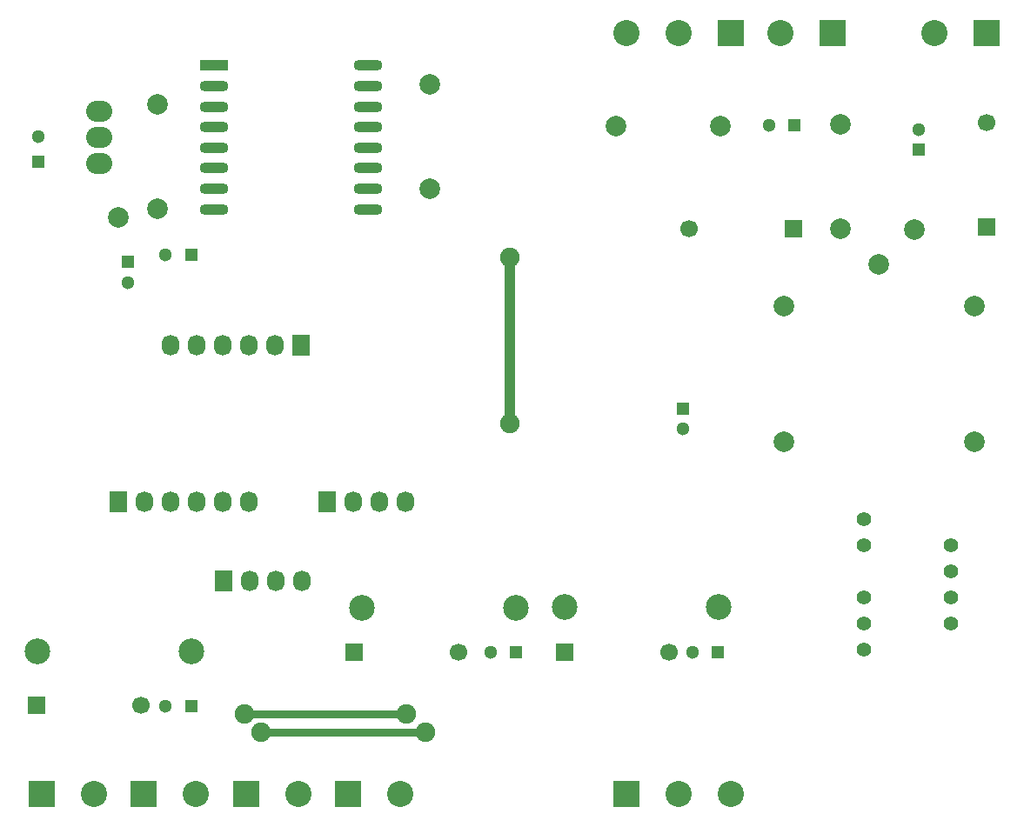
<source format=gbr>
G04 #@! TF.FileFunction,Copper,L1,Top,Signal*
%FSLAX46Y46*%
G04 Gerber Fmt 4.6, Leading zero omitted, Abs format (unit mm)*
G04 Created by KiCad (PCBNEW 4.0.2+dfsg1-stable) date mié 17 may 2017 11:05:43 CEST*
%MOMM*%
G01*
G04 APERTURE LIST*
%ADD10C,0.100000*%
%ADD11C,1.699260*%
%ADD12R,1.699260X1.699260*%
%ADD13R,1.300000X1.300000*%
%ADD14C,1.300000*%
%ADD15R,2.540000X2.540000*%
%ADD16C,2.540000*%
%ADD17C,1.998980*%
%ADD18C,1.400000*%
%ADD19C,2.000000*%
%ADD20R,1.727200X2.032000*%
%ADD21O,1.727200X2.032000*%
%ADD22O,2.540000X2.032000*%
%ADD23C,2.500000*%
%ADD24R,2.800000X1.100000*%
%ADD25O,2.800000X1.100000*%
%ADD26C,1.900000*%
%ADD27C,1.000000*%
%ADD28C,0.800000*%
G04 APERTURE END LIST*
D10*
D11*
X134110520Y-109797460D03*
D12*
X123950520Y-109797460D03*
D11*
X185497460Y-58239480D03*
D12*
X185497460Y-68399480D03*
D11*
X103235520Y-114997460D03*
D12*
X93075520Y-114997460D03*
D13*
X108100000Y-115050000D03*
D14*
X105600000Y-115050000D03*
D13*
X139700000Y-109800000D03*
D14*
X137200000Y-109800000D03*
D13*
X159350000Y-109800000D03*
D14*
X156850000Y-109800000D03*
D13*
X166800000Y-58525000D03*
D14*
X164300000Y-58525000D03*
D11*
X154610520Y-109797460D03*
D12*
X144450520Y-109797460D03*
D15*
X170540000Y-49500000D03*
D16*
X165460000Y-49500000D03*
D15*
X185465000Y-49525000D03*
D16*
X180385000Y-49525000D03*
D15*
X160580000Y-49525000D03*
D16*
X155500000Y-49525000D03*
X150420000Y-49525000D03*
D17*
X171225000Y-68625000D03*
X171225000Y-58465000D03*
X149425000Y-58625000D03*
X159585000Y-58625000D03*
D18*
X173525000Y-96825000D03*
X173525000Y-99365000D03*
X173525000Y-104445000D03*
X173525000Y-106985000D03*
X173525000Y-109525000D03*
X182010000Y-99435000D03*
X182010000Y-101975000D03*
X182010000Y-104515000D03*
X182010000Y-107055000D03*
D13*
X178875000Y-60900000D03*
D14*
X178875000Y-58900000D03*
D13*
X101900000Y-71800000D03*
D14*
X101900000Y-73800000D03*
D13*
X155900000Y-86100000D03*
D14*
X155900000Y-88100000D03*
D19*
X165777000Y-76096000D03*
X165777000Y-89304000D03*
X184319000Y-76096000D03*
X184319000Y-89304000D03*
D13*
X108100000Y-71100000D03*
D14*
X105600000Y-71100000D03*
D13*
X93200000Y-62100000D03*
D14*
X93200000Y-59600000D03*
D20*
X118792500Y-79902500D03*
D21*
X116252500Y-79902500D03*
X113712500Y-79902500D03*
X111172500Y-79902500D03*
X108632500Y-79902500D03*
X106092500Y-79902500D03*
D20*
X111225000Y-102850000D03*
D21*
X113765000Y-102850000D03*
X116305000Y-102850000D03*
X118845000Y-102850000D03*
D20*
X121322500Y-95182500D03*
D21*
X123862500Y-95182500D03*
X126402500Y-95182500D03*
X128942500Y-95182500D03*
D20*
X101012500Y-95142500D03*
D21*
X103552500Y-95142500D03*
X106092500Y-95142500D03*
X108632500Y-95142500D03*
X111172500Y-95142500D03*
X113712500Y-95142500D03*
D17*
X178500000Y-68700000D03*
X100950000Y-67500000D03*
X175000000Y-72100000D03*
D11*
X156539480Y-68627540D03*
D12*
X166699480Y-68627540D03*
D17*
X131300000Y-64700000D03*
X131300000Y-54540000D03*
X104800000Y-66600000D03*
X104800000Y-56440000D03*
D22*
X99100000Y-59700000D03*
X99100000Y-57160000D03*
X99100000Y-62240000D03*
D15*
X150420000Y-123650000D03*
D16*
X155500000Y-123650000D03*
X160580000Y-123650000D03*
D15*
X103485000Y-123600000D03*
D16*
X108565000Y-123600000D03*
D15*
X93535000Y-123600000D03*
D16*
X98615000Y-123600000D03*
D15*
X123385000Y-123600000D03*
D16*
X128465000Y-123600000D03*
D15*
X113435000Y-123600000D03*
D16*
X118515000Y-123600000D03*
D23*
X93100000Y-109700000D03*
X108100000Y-109700000D03*
X124700000Y-105500000D03*
X139700000Y-105500000D03*
X144400000Y-105400000D03*
X159400000Y-105400000D03*
D24*
X110300000Y-52700000D03*
D25*
X110300000Y-54700000D03*
X110300000Y-56700000D03*
X110300000Y-58700000D03*
X110300000Y-60700000D03*
X110300000Y-62700000D03*
X110300000Y-64700000D03*
X110300000Y-66700000D03*
X125300000Y-66700000D03*
X125300000Y-64700000D03*
X125300000Y-62700000D03*
X125300000Y-60700000D03*
X125300000Y-58700000D03*
X125300000Y-56700000D03*
X125300000Y-54700000D03*
X125300000Y-52700000D03*
D26*
X139100000Y-71350000D03*
X139050000Y-87550000D03*
X113250000Y-115800000D03*
X129050000Y-115850000D03*
X130850000Y-117650000D03*
X114900000Y-117650000D03*
D27*
X139100000Y-87500000D02*
X139100000Y-71350000D01*
X139050000Y-87550000D02*
X139100000Y-87500000D01*
D28*
X129000000Y-115800000D02*
X113250000Y-115800000D01*
X129050000Y-115850000D02*
X129000000Y-115800000D01*
X114900000Y-117650000D02*
X130850000Y-117650000D01*
M02*

</source>
